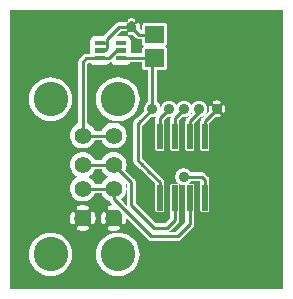
<source format=gbr>
G04 start of page 3 for group 1 idx 1 *
G04 Title: (unknown), solder *
G04 Creator: pcb 20091103 *
G04 CreationDate: Sun 13 Mar 2011 09:43:22 AM GMT UTC *
G04 For: gjhurlbu *
G04 Format: Gerber/RS-274X *
G04 PCB-Dimensions: 600000 500000 *
G04 PCB-Coordinate-Origin: lower left *
%MOIN*%
%FSLAX25Y25*%
%LNBACK*%
%ADD11C,0.0100*%
%ADD12C,0.0560*%
%ADD13C,0.1150*%
%ADD14C,0.0360*%
%ADD15R,0.0200X0.0200*%
%ADD16C,0.0910*%
%ADD17C,0.0200*%
%ADD18R,0.0590X0.0590*%
%ADD19R,0.0150X0.0150*%
G54D17*G36*
X80225Y437947D02*X81000D01*
Y427355D01*
X80700Y427145D01*
X80355Y426800D01*
X80225Y426614D01*
Y437947D01*
G37*
G36*
X106231Y458000D02*X126000D01*
Y365000D01*
X106231D01*
Y423720D01*
X106248Y423721D01*
X106332Y423744D01*
X106411Y423781D01*
X106483Y423831D01*
X106544Y423893D01*
X106594Y423964D01*
X106631Y424043D01*
X106704Y424276D01*
X106757Y424514D01*
X106789Y424756D01*
X106800Y425000D01*
X106789Y425245D01*
X106757Y425487D01*
X106704Y425725D01*
X106631Y425958D01*
X106594Y426037D01*
X106544Y426108D01*
X106483Y426170D01*
X106411Y426220D01*
X106332Y426257D01*
X106248Y426280D01*
X106231Y426281D01*
Y458000D01*
G37*
G36*
X104000D02*X106231D01*
Y426281D01*
X106161Y426287D01*
X106074Y426280D01*
X105990Y426257D01*
X105911Y426220D01*
X105840Y426170D01*
X105778Y426109D01*
X105728Y426037D01*
X105691Y425958D01*
X105668Y425874D01*
X105661Y425787D01*
X105668Y425700D01*
X105691Y425616D01*
X105738Y425466D01*
X105772Y425313D01*
X105793Y425157D01*
X105800Y425000D01*
X105793Y424844D01*
X105772Y424688D01*
X105738Y424535D01*
X105691Y424385D01*
X105668Y424301D01*
X105661Y424214D01*
X105668Y424127D01*
X105691Y424043D01*
X105728Y423964D01*
X105778Y423892D01*
X105840Y423831D01*
X105911Y423781D01*
X105990Y423744D01*
X106074Y423721D01*
X106161Y423714D01*
X106231Y423720D01*
Y365000D01*
X104000D01*
Y422200D01*
X104244Y422211D01*
X104486Y422243D01*
X104724Y422296D01*
X104957Y422369D01*
X105036Y422406D01*
X105107Y422456D01*
X105169Y422517D01*
X105219Y422589D01*
X105256Y422668D01*
X105279Y422752D01*
X105286Y422839D01*
X105279Y422926D01*
X105256Y423010D01*
X105219Y423089D01*
X105169Y423160D01*
X105108Y423222D01*
X105036Y423272D01*
X104957Y423309D01*
X104873Y423332D01*
X104786Y423339D01*
X104699Y423332D01*
X104615Y423309D01*
X104465Y423262D01*
X104358Y423238D01*
X105060Y423940D01*
X105061Y423939D01*
X105229Y424139D01*
X105360Y424366D01*
X105449Y424612D01*
X105495Y424869D01*
Y425131D01*
X105449Y425388D01*
X105360Y425634D01*
X105229Y425861D01*
X105061Y426061D01*
X104861Y426229D01*
X104634Y426360D01*
X104388Y426449D01*
X104131Y426495D01*
X104000D01*
Y426800D01*
X104156Y426794D01*
X104312Y426773D01*
X104465Y426739D01*
X104615Y426692D01*
X104699Y426669D01*
X104786Y426662D01*
X104873Y426669D01*
X104957Y426692D01*
X105036Y426729D01*
X105108Y426779D01*
X105169Y426841D01*
X105219Y426912D01*
X105256Y426991D01*
X105279Y427075D01*
X105286Y427162D01*
X105279Y427249D01*
X105256Y427333D01*
X105219Y427412D01*
X105169Y427484D01*
X105107Y427545D01*
X105036Y427595D01*
X104957Y427632D01*
X104724Y427705D01*
X104486Y427758D01*
X104244Y427790D01*
X104000Y427800D01*
Y458000D01*
G37*
G36*
Y365000D02*X80225D01*
Y382197D01*
X80982Y381440D01*
X81032Y381398D01*
X81078Y381352D01*
X81131Y381315D01*
X81182Y381272D01*
X81239Y381239D01*
X81292Y381202D01*
X81352Y381174D01*
X81409Y381141D01*
X81467Y381120D01*
X81529Y381091D01*
X81597Y381073D01*
X81655Y381052D01*
X81718Y381041D01*
X81782Y381024D01*
X81849Y381018D01*
X81912Y381007D01*
X81974D01*
X82042Y381001D01*
X90881D01*
X90961Y381008D01*
X91012D01*
X91065Y381017D01*
X91141Y381024D01*
X91215Y381044D01*
X91269Y381053D01*
X91320Y381071D01*
X91394Y381091D01*
X91459Y381122D01*
X91515Y381142D01*
X91566Y381172D01*
X91631Y381202D01*
X91692Y381244D01*
X91741Y381273D01*
X91785Y381310D01*
X91845Y381352D01*
X91897Y381404D01*
X91941Y381441D01*
X95976Y385476D01*
X95977Y385475D01*
X96024Y385531D01*
X96065Y385572D01*
X96097Y385618D01*
X96145Y385675D01*
X96181Y385738D01*
X96215Y385786D01*
X96241Y385842D01*
X96276Y385902D01*
X96299Y385965D01*
X96326Y386023D01*
X96342Y386085D01*
X96365Y386148D01*
X96377Y386217D01*
X96393Y386276D01*
X96398Y386334D01*
X96411Y386405D01*
Y386479D01*
X96416Y386536D01*
Y390726D01*
X96433Y390750D01*
X96470Y390829D01*
X96492Y390913D01*
X96500Y391000D01*
Y399500D01*
X96492Y399587D01*
X96470Y399671D01*
X96433Y399750D01*
X96383Y399821D01*
X96321Y399883D01*
X96250Y399933D01*
X96171Y399970D01*
X96087Y399992D01*
X96000Y400000D01*
X94287D01*
X94667Y400266D01*
X95012Y400611D01*
X95177Y400847D01*
X98331D01*
X98500Y400678D01*
Y391000D01*
X98508Y390913D01*
X98530Y390829D01*
X98567Y390750D01*
X98617Y390679D01*
X98679Y390617D01*
X98750Y390567D01*
X98829Y390530D01*
X98913Y390508D01*
X99000Y390500D01*
X101000D01*
X101087Y390508D01*
X101171Y390530D01*
X101250Y390567D01*
X101321Y390617D01*
X101383Y390679D01*
X101433Y390750D01*
X101470Y390829D01*
X101492Y390913D01*
X101500Y391000D01*
Y401299D01*
X101494Y401367D01*
Y401430D01*
X101483Y401492D01*
X101477Y401559D01*
X101459Y401628D01*
X101448Y401688D01*
X101429Y401740D01*
X101410Y401812D01*
X101378Y401879D01*
X101359Y401933D01*
X101329Y401985D01*
X101299Y402049D01*
X101259Y402105D01*
X101228Y402160D01*
X101187Y402209D01*
X101149Y402263D01*
X101102Y402310D01*
X101060Y402360D01*
X100013Y403407D01*
X99963Y403449D01*
X99916Y403496D01*
X99862Y403534D01*
X99813Y403575D01*
X99758Y403606D01*
X99702Y403646D01*
X99638Y403676D01*
X99586Y403706D01*
X99532Y403725D01*
X99465Y403757D01*
X99393Y403776D01*
X99341Y403795D01*
X99281Y403806D01*
X99212Y403824D01*
X99145Y403830D01*
X99083Y403841D01*
X99020D01*
X98952Y403847D01*
X95267D01*
X95012Y404211D01*
X94667Y404556D01*
X94267Y404836D01*
X93825Y405042D01*
X93353Y405168D01*
X92867Y405211D01*
X92381Y405168D01*
X91909Y405042D01*
X91467Y404836D01*
X91067Y404556D01*
X90722Y404211D01*
X90442Y403811D01*
X90236Y403369D01*
X90110Y402897D01*
X90067Y402411D01*
X90110Y401925D01*
X90236Y401453D01*
X90442Y401011D01*
X90722Y400611D01*
X91067Y400266D01*
X91467Y399986D01*
X91909Y399780D01*
X92381Y399654D01*
X92867Y399611D01*
X93353Y399654D01*
X93546Y399706D01*
X93530Y399671D01*
X93508Y399587D01*
X93500Y399500D01*
Y392407D01*
X93486Y392355D01*
X93468Y392304D01*
X93459Y392250D01*
X93439Y392176D01*
X93432Y392100D01*
X93423Y392047D01*
Y391995D01*
X93416Y391916D01*
Y387158D01*
X90259Y384001D01*
X87931D01*
X87940Y384005D01*
X87992Y384024D01*
X88043Y384053D01*
X88108Y384084D01*
X88166Y384125D01*
X88218Y384155D01*
X88262Y384192D01*
X88322Y384234D01*
X88374Y384286D01*
X88418Y384323D01*
X90980Y386885D01*
X90981Y386884D01*
X91028Y386940D01*
X91069Y386981D01*
X91101Y387027D01*
X91149Y387084D01*
X91185Y387147D01*
X91219Y387195D01*
X91245Y387251D01*
X91280Y387311D01*
X91303Y387374D01*
X91330Y387432D01*
X91346Y387494D01*
X91369Y387557D01*
X91381Y387626D01*
X91397Y387685D01*
X91402Y387743D01*
X91415Y387814D01*
Y387888D01*
X91420Y387945D01*
Y390732D01*
X91433Y390750D01*
X91470Y390829D01*
X91492Y390913D01*
X91500Y391000D01*
Y399500D01*
X91492Y399587D01*
X91470Y399671D01*
X91433Y399750D01*
X91383Y399821D01*
X91321Y399883D01*
X91250Y399933D01*
X91171Y399970D01*
X91087Y399992D01*
X91000Y400000D01*
X89000D01*
X88913Y399992D01*
X88829Y399970D01*
X88750Y399933D01*
X88679Y399883D01*
X88617Y399821D01*
X88567Y399750D01*
X88530Y399671D01*
X88508Y399587D01*
X88500Y399500D01*
Y392395D01*
X88490Y392357D01*
X88472Y392308D01*
X88462Y392253D01*
X88443Y392180D01*
X88436Y392105D01*
X88427Y392051D01*
Y391999D01*
X88420Y391920D01*
Y388567D01*
X86736Y386883D01*
X83495D01*
X80225Y390153D01*
Y403133D01*
X80419Y402939D01*
X80469Y402897D01*
X80515Y402851D01*
X80558Y402821D01*
X83500Y399879D01*
Y391000D01*
X83508Y390913D01*
X83530Y390829D01*
X83567Y390750D01*
X83617Y390679D01*
X83679Y390617D01*
X83750Y390567D01*
X83829Y390530D01*
X83913Y390508D01*
X84000Y390500D01*
X86000D01*
X86087Y390508D01*
X86171Y390530D01*
X86250Y390567D01*
X86321Y390617D01*
X86383Y390679D01*
X86433Y390750D01*
X86470Y390829D01*
X86492Y390913D01*
X86500Y391000D01*
Y400415D01*
X86494Y400483D01*
Y400546D01*
X86483Y400608D01*
X86477Y400675D01*
X86459Y400744D01*
X86448Y400804D01*
X86429Y400856D01*
X86410Y400928D01*
X86378Y400995D01*
X86359Y401049D01*
X86329Y401101D01*
X86301Y401162D01*
X86283Y401210D01*
X86252Y401264D01*
X86223Y401326D01*
X86184Y401382D01*
X86152Y401437D01*
X86111Y401486D01*
X86073Y401540D01*
X86026Y401587D01*
X85984Y401637D01*
X82561Y405060D01*
X82511Y405102D01*
X82464Y405149D01*
X82421Y405179D01*
X80225Y407375D01*
Y420566D01*
X81910Y422271D01*
X82014Y422243D01*
X82500Y422200D01*
X82986Y422243D01*
X83458Y422369D01*
X83563Y422418D01*
X83552Y422388D01*
X83542Y422333D01*
X83523Y422260D01*
X83516Y422184D01*
X83507Y422131D01*
Y422079D01*
X83500Y422000D01*
Y411500D01*
X83508Y411413D01*
X83530Y411329D01*
X83567Y411250D01*
X83617Y411179D01*
X83679Y411117D01*
X83750Y411067D01*
X83829Y411030D01*
X83913Y411008D01*
X84000Y411000D01*
X86000D01*
X86087Y411008D01*
X86171Y411030D01*
X86250Y411067D01*
X86321Y411117D01*
X86383Y411179D01*
X86433Y411250D01*
X86470Y411329D01*
X86492Y411413D01*
X86500Y411500D01*
Y421380D01*
X87395Y422275D01*
X87514Y422243D01*
X88000Y422200D01*
X88486Y422243D01*
X88522Y422253D01*
X88516Y422181D01*
X88507Y422131D01*
Y422081D01*
X88500Y422000D01*
Y411500D01*
X88508Y411413D01*
X88530Y411329D01*
X88567Y411250D01*
X88617Y411179D01*
X88679Y411117D01*
X88750Y411067D01*
X88829Y411030D01*
X88913Y411008D01*
X89000Y411000D01*
X91000D01*
X91087Y411008D01*
X91171Y411030D01*
X91250Y411067D01*
X91321Y411117D01*
X91383Y411179D01*
X91433Y411250D01*
X91470Y411329D01*
X91492Y411413D01*
X91500Y411500D01*
Y421380D01*
X92395Y422275D01*
X92514Y422243D01*
X93000Y422200D01*
X93486Y422243D01*
X93958Y422369D01*
X94400Y422575D01*
X94577Y422699D01*
X93939Y422061D01*
X93940Y422060D01*
X93903Y422016D01*
X93851Y421964D01*
X93809Y421904D01*
X93772Y421860D01*
X93743Y421810D01*
X93701Y421750D01*
X93671Y421686D01*
X93641Y421634D01*
X93622Y421581D01*
X93590Y421513D01*
X93570Y421437D01*
X93552Y421388D01*
X93542Y421333D01*
X93523Y421260D01*
X93516Y421185D01*
X93507Y421131D01*
Y421079D01*
X93500Y421000D01*
Y411500D01*
X93508Y411413D01*
X93530Y411329D01*
X93567Y411250D01*
X93617Y411179D01*
X93679Y411117D01*
X93750Y411067D01*
X93829Y411030D01*
X93913Y411008D01*
X94000Y411000D01*
X96000D01*
X96087Y411008D01*
X96171Y411030D01*
X96250Y411067D01*
X96321Y411117D01*
X96383Y411179D01*
X96433Y411250D01*
X96470Y411329D01*
X96492Y411413D01*
X96500Y411500D01*
Y420380D01*
X98351Y422231D01*
X98486Y422243D01*
X98958Y422369D01*
X99400Y422575D01*
X99577Y422699D01*
X98939Y422061D01*
X98940Y422060D01*
X98902Y422015D01*
X98851Y421964D01*
X98809Y421905D01*
X98772Y421860D01*
X98744Y421811D01*
X98701Y421750D01*
X98671Y421685D01*
X98641Y421634D01*
X98622Y421581D01*
X98590Y421513D01*
X98570Y421437D01*
X98552Y421388D01*
X98542Y421333D01*
X98523Y421260D01*
X98516Y421184D01*
X98507Y421131D01*
Y421081D01*
X98500Y421000D01*
Y411500D01*
X98508Y411413D01*
X98530Y411329D01*
X98567Y411250D01*
X98617Y411179D01*
X98679Y411117D01*
X98750Y411067D01*
X98829Y411030D01*
X98913Y411008D01*
X99000Y411000D01*
X101000D01*
X101087Y411008D01*
X101171Y411030D01*
X101250Y411067D01*
X101321Y411117D01*
X101383Y411179D01*
X101433Y411250D01*
X101470Y411329D01*
X101492Y411413D01*
X101500Y411500D01*
Y420380D01*
X103390Y422270D01*
X103513Y422243D01*
X103755Y422211D01*
X103999Y422200D01*
X104000D01*
Y365000D01*
G37*
G36*
X80225Y458000D02*X104000D01*
Y427800D01*
X103755Y427790D01*
X103513Y427758D01*
X103275Y427705D01*
X103042Y427632D01*
X102963Y427595D01*
X102892Y427545D01*
X102830Y427484D01*
X102780Y427412D01*
X102743Y427333D01*
X102720Y427249D01*
X102713Y427162D01*
X102720Y427075D01*
X102743Y426991D01*
X102780Y426912D01*
X102830Y426841D01*
X102891Y426779D01*
X102963Y426729D01*
X103042Y426692D01*
X103126Y426669D01*
X103213Y426662D01*
X103300Y426669D01*
X103384Y426692D01*
X103534Y426739D01*
X103687Y426773D01*
X103843Y426794D01*
X104000Y426800D01*
Y426495D01*
X103869D01*
X103612Y426449D01*
X103366Y426360D01*
X103139Y426229D01*
X102939Y426061D01*
X102237Y425359D01*
X102261Y425466D01*
X102308Y425616D01*
X102331Y425700D01*
X102338Y425787D01*
X102331Y425874D01*
X102308Y425958D01*
X102271Y426037D01*
X102221Y426109D01*
X102159Y426170D01*
X102088Y426220D01*
X102009Y426257D01*
X101925Y426280D01*
X101838Y426287D01*
X101751Y426280D01*
X101667Y426257D01*
X101588Y426220D01*
X101516Y426170D01*
X101455Y426108D01*
X101405Y426037D01*
X101368Y425958D01*
X101295Y425725D01*
X101242Y425487D01*
X101210Y425245D01*
X101200Y425001D01*
X101210Y424756D01*
X101242Y424514D01*
X101269Y424391D01*
X100301Y423423D01*
X100425Y423600D01*
X100631Y424042D01*
X100757Y424514D01*
X100800Y425000D01*
X100757Y425486D01*
X100631Y425958D01*
X100425Y426400D01*
X100145Y426800D01*
X99800Y427145D01*
X99400Y427425D01*
X98958Y427631D01*
X98486Y427757D01*
X98000Y427800D01*
X97514Y427757D01*
X97042Y427631D01*
X96600Y427425D01*
X96200Y427145D01*
X95855Y426800D01*
X95575Y426400D01*
X95500Y426239D01*
X95425Y426400D01*
X95145Y426800D01*
X94800Y427145D01*
X94400Y427425D01*
X93958Y427631D01*
X93486Y427757D01*
X93000Y427800D01*
X92514Y427757D01*
X92042Y427631D01*
X91600Y427425D01*
X91200Y427145D01*
X90855Y426800D01*
X90575Y426400D01*
X90500Y426239D01*
X90425Y426400D01*
X90145Y426800D01*
X89800Y427145D01*
X89400Y427425D01*
X88958Y427631D01*
X88486Y427757D01*
X88000Y427800D01*
X87514Y427757D01*
X87042Y427631D01*
X86600Y427425D01*
X86200Y427145D01*
X85855Y426800D01*
X85575Y426400D01*
X85369Y425958D01*
X85250Y425512D01*
X85131Y425958D01*
X84925Y426400D01*
X84645Y426800D01*
X84300Y427145D01*
X84000Y427355D01*
Y437947D01*
X86347D01*
X86521Y437962D01*
X86689Y438007D01*
X86847Y438081D01*
X86990Y438181D01*
X87113Y438304D01*
X87213Y438447D01*
X87287Y438605D01*
X87332Y438773D01*
X87347Y438947D01*
Y444853D01*
X87332Y445027D01*
X87287Y445195D01*
X87213Y445353D01*
X87113Y445496D01*
X86990Y445619D01*
X86847Y445719D01*
X86689Y445793D01*
X86525Y445837D01*
X86689Y445881D01*
X86847Y445955D01*
X86990Y446055D01*
X87113Y446178D01*
X87213Y446321D01*
X87287Y446479D01*
X87332Y446647D01*
X87347Y446821D01*
Y452727D01*
X87332Y452901D01*
X87287Y453069D01*
X87213Y453227D01*
X87113Y453370D01*
X86990Y453493D01*
X86847Y453593D01*
X86689Y453667D01*
X86521Y453712D01*
X86347Y453727D01*
X80225D01*
Y458000D01*
G37*
G36*
Y407375D02*X79964Y407636D01*
X79764Y407804D01*
X79688Y407848D01*
X79058Y408478D01*
Y419385D01*
X80225Y420566D01*
Y407375D01*
G37*
G36*
X70954Y391234D02*X71025Y391253D01*
X71144Y391309D01*
X71151Y391314D01*
X71181Y391296D01*
X71207Y391278D01*
X72218Y390267D01*
X72212Y390258D01*
X72159Y390139D01*
X72127Y390012D01*
X72118Y389882D01*
X72132Y389752D01*
X72168Y389626D01*
X72247Y389388D01*
X72304Y389145D01*
X72340Y388897D01*
X72353Y388647D01*
X72344Y388397D01*
X72313Y388148D01*
X72260Y387904D01*
X72185Y387665D01*
X72184Y387664D01*
X72150Y387538D01*
X72139Y387407D01*
X72150Y387277D01*
X72184Y387151D01*
X72240Y387032D01*
X72315Y386925D01*
X72407Y386833D01*
X72514Y386758D01*
X72633Y386703D01*
X72759Y386669D01*
X72890Y386658D01*
X73020Y386669D01*
X73146Y386703D01*
X73265Y386759D01*
X73372Y386834D01*
X73464Y386926D01*
X73539Y387033D01*
X73594Y387152D01*
X73709Y387519D01*
X73791Y387894D01*
X73839Y388276D01*
X73852Y388633D01*
X74999Y387486D01*
X75015Y387463D01*
X75048Y387406D01*
X75091Y387355D01*
X75128Y387302D01*
X75174Y387256D01*
X75216Y387206D01*
X80225Y382197D01*
Y365000D01*
X70954D01*
Y369272D01*
X72213Y369382D01*
X73434Y369709D01*
X74579Y370243D01*
X75614Y370968D01*
X76508Y371862D01*
X77233Y372897D01*
X77767Y374042D01*
X78094Y375263D01*
X78204Y376522D01*
X78094Y377781D01*
X77767Y379002D01*
X77233Y380147D01*
X76508Y381182D01*
X75614Y382076D01*
X74579Y382801D01*
X73434Y383335D01*
X72213Y383662D01*
X70954Y383772D01*
Y384561D01*
X71094Y384608D01*
X71095D01*
X71212Y384665D01*
X71318Y384742D01*
X71409Y384836D01*
X71482Y384945D01*
X71535Y385064D01*
X71567Y385191D01*
X71576Y385321D01*
X71562Y385451D01*
X71526Y385577D01*
X71469Y385694D01*
X71392Y385800D01*
X71298Y385891D01*
X71189Y385964D01*
X71070Y386017D01*
X70954Y386046D01*
Y391234D01*
G37*
G36*
Y412062D02*X71025Y412081D01*
X71704Y412398D01*
X72318Y412828D01*
X72848Y413358D01*
X73278Y413972D01*
X73595Y414651D01*
X73789Y415375D01*
X73854Y416122D01*
X73789Y416869D01*
X73595Y417593D01*
X73278Y418272D01*
X72848Y418886D01*
X72318Y419416D01*
X71704Y419846D01*
X71025Y420163D01*
X70954Y420182D01*
Y420972D01*
X72213Y421082D01*
X73434Y421409D01*
X74579Y421943D01*
X75614Y422668D01*
X76508Y423562D01*
X77233Y424597D01*
X77767Y425742D01*
X78094Y426963D01*
X78204Y428222D01*
X78094Y429481D01*
X77767Y430702D01*
X77233Y431847D01*
X76508Y432882D01*
X75614Y433776D01*
X74579Y434501D01*
X73434Y435035D01*
X72213Y435362D01*
X70954Y435472D01*
Y439650D01*
X73750D01*
X74010Y439673D01*
X74263Y439740D01*
X74500Y439851D01*
X74714Y440001D01*
X74899Y440186D01*
X75049Y440400D01*
X75096Y440500D01*
X79047D01*
Y438947D01*
X79062Y438773D01*
X79107Y438605D01*
X79181Y438447D01*
X79281Y438304D01*
X79404Y438181D01*
X79547Y438081D01*
X79705Y438007D01*
X79873Y437962D01*
X80047Y437947D01*
X80225D01*
Y426614D01*
X80075Y426400D01*
X79869Y425958D01*
X79743Y425486D01*
X79700Y425000D01*
X79743Y424514D01*
X79778Y424381D01*
X77700Y422278D01*
X77594Y422217D01*
X77394Y422049D01*
X76497Y421152D01*
X76498Y421151D01*
X76461Y421107D01*
X76409Y421055D01*
X76367Y420995D01*
X76330Y420951D01*
X76301Y420902D01*
X76259Y420841D01*
X76229Y420776D01*
X76199Y420725D01*
X76179Y420669D01*
X76148Y420604D01*
X76128Y420530D01*
X76110Y420479D01*
X76101Y420425D01*
X76081Y420351D01*
X76074Y420275D01*
X76065Y420222D01*
Y420172D01*
X76058Y420091D01*
Y407857D01*
X76064Y407789D01*
Y407727D01*
X76075Y407664D01*
X76081Y407597D01*
X76098Y407533D01*
X76109Y407470D01*
X76130Y407412D01*
X76148Y407344D01*
X76177Y407282D01*
X76198Y407224D01*
X76231Y407167D01*
X76259Y407107D01*
X76296Y407054D01*
X76329Y406997D01*
X76372Y406946D01*
X76409Y406893D01*
X76455Y406847D01*
X76497Y406797D01*
X77754Y405540D01*
X77883Y405356D01*
X78068Y405171D01*
X78282Y405021D01*
X78385Y404973D01*
X80225Y403133D01*
Y390153D01*
X76945Y393433D01*
Y400499D01*
X76939Y400567D01*
Y400630D01*
X76928Y400692D01*
X76922Y400759D01*
X76904Y400828D01*
X76893Y400888D01*
X76874Y400940D01*
X76855Y401012D01*
X76823Y401079D01*
X76804Y401133D01*
X76774Y401185D01*
X76744Y401249D01*
X76704Y401305D01*
X76673Y401360D01*
X76632Y401409D01*
X76594Y401463D01*
X76547Y401510D01*
X76505Y401560D01*
X73474Y404591D01*
X73595Y404851D01*
X73789Y405575D01*
X73854Y406322D01*
X73789Y407069D01*
X73595Y407793D01*
X73278Y408472D01*
X72848Y409086D01*
X72318Y409616D01*
X71704Y410046D01*
X71025Y410363D01*
X70954Y410382D01*
Y412062D01*
G37*
G36*
X75500Y458000D02*X80225D01*
Y453727D01*
X80047D01*
X79873Y453712D01*
X79705Y453667D01*
X79547Y453593D01*
X79404Y453493D01*
X79281Y453370D01*
X79181Y453227D01*
X79107Y453069D01*
X79062Y452901D01*
X79047Y452727D01*
Y451274D01*
X78747D01*
X78230Y451791D01*
X78257Y451914D01*
X78289Y452156D01*
X78300Y452400D01*
X78289Y452645D01*
X78257Y452887D01*
X78204Y453125D01*
X78131Y453358D01*
X78094Y453437D01*
X78044Y453508D01*
X77983Y453570D01*
X77911Y453620D01*
X77832Y453657D01*
X77748Y453680D01*
X77661Y453687D01*
X77574Y453680D01*
X77490Y453657D01*
X77411Y453620D01*
X77340Y453570D01*
X77278Y453509D01*
X77228Y453437D01*
X77191Y453358D01*
X77168Y453274D01*
X77161Y453187D01*
X77168Y453100D01*
X77191Y453016D01*
X77238Y452866D01*
X77262Y452759D01*
X76561Y453460D01*
X76511Y453502D01*
X76464Y453549D01*
X76410Y453587D01*
X76361Y453628D01*
X76306Y453659D01*
X76250Y453699D01*
X76186Y453729D01*
X76134Y453759D01*
X76080Y453778D01*
X76013Y453810D01*
X75941Y453829D01*
X75889Y453848D01*
X75829Y453859D01*
X75760Y453877D01*
X75693Y453883D01*
X75631Y453894D01*
X75568D01*
X75500Y453900D01*
Y454200D01*
X75656Y454194D01*
X75812Y454173D01*
X75965Y454139D01*
X76115Y454092D01*
X76199Y454069D01*
X76286Y454062D01*
X76373Y454069D01*
X76457Y454092D01*
X76536Y454129D01*
X76608Y454179D01*
X76669Y454241D01*
X76719Y454312D01*
X76756Y454391D01*
X76779Y454475D01*
X76786Y454562D01*
X76779Y454649D01*
X76756Y454733D01*
X76719Y454812D01*
X76669Y454884D01*
X76607Y454945D01*
X76536Y454995D01*
X76457Y455032D01*
X76224Y455105D01*
X75986Y455158D01*
X75744Y455190D01*
X75500Y455200D01*
Y458000D01*
G37*
G36*
X70954D02*X75500D01*
Y455200D01*
X75255Y455190D01*
X75013Y455158D01*
X74775Y455105D01*
X74542Y455032D01*
X74463Y454995D01*
X74392Y454945D01*
X74330Y454884D01*
X74280Y454812D01*
X74243Y454733D01*
X74220Y454649D01*
X74213Y454562D01*
X74220Y454475D01*
X74243Y454391D01*
X74280Y454312D01*
X74330Y454241D01*
X74391Y454179D01*
X74463Y454129D01*
X74542Y454092D01*
X74626Y454069D01*
X74713Y454062D01*
X74800Y454069D01*
X74884Y454092D01*
X75034Y454139D01*
X75187Y454173D01*
X75343Y454194D01*
X75500Y454200D01*
Y453900D01*
X71500D01*
X71443Y453895D01*
X71369D01*
X71298Y453882D01*
X71240Y453877D01*
X71181Y453861D01*
X71112Y453849D01*
X71049Y453826D01*
X70987Y453810D01*
X70954Y453795D01*
Y458000D01*
G37*
G36*
Y420182D02*X70301Y420357D01*
X69554Y420422D01*
X68807Y420357D01*
X68083Y420163D01*
X67404Y419846D01*
X66790Y419416D01*
X66260Y418886D01*
X65830Y418272D01*
X65527Y417622D01*
X63281D01*
X62978Y418272D01*
X62548Y418886D01*
X62018Y419416D01*
X61404Y419846D01*
X60754Y420149D01*
Y440034D01*
X61120Y440400D01*
X61951D01*
X62101Y440186D01*
X62286Y440001D01*
X62500Y439851D01*
X62737Y439740D01*
X62990Y439673D01*
X63250Y439650D01*
X66750D01*
X67010Y439673D01*
X67263Y439740D01*
X67500Y439851D01*
X67714Y440001D01*
X67899Y440186D01*
X68049Y440400D01*
X68051Y440404D01*
X68080Y440407D01*
X68131D01*
X68184Y440416D01*
X68260Y440423D01*
X68334Y440443D01*
X68388Y440452D01*
X68439Y440470D01*
X68513Y440490D01*
X68578Y440521D01*
X68634Y440541D01*
X68685Y440571D01*
X68750Y440601D01*
X68811Y440643D01*
X68835Y440657D01*
X68840Y440637D01*
X68951Y440400D01*
X69101Y440186D01*
X69286Y440001D01*
X69500Y439851D01*
X69737Y439740D01*
X69990Y439673D01*
X70250Y439650D01*
X70954D01*
Y435472D01*
X69695Y435362D01*
X68474Y435035D01*
X67329Y434501D01*
X66294Y433776D01*
X65400Y432882D01*
X64675Y431847D01*
X64141Y430702D01*
X63814Y429481D01*
X63704Y428222D01*
X63814Y426963D01*
X64141Y425742D01*
X64675Y424597D01*
X65400Y423562D01*
X66294Y422668D01*
X67329Y421943D01*
X68474Y421409D01*
X69695Y421082D01*
X70954Y420972D01*
Y420182D01*
G37*
G36*
X66122Y371140D02*X66294Y370968D01*
X67329Y370243D01*
X68474Y369709D01*
X69695Y369382D01*
X70954Y369272D01*
Y365000D01*
X66122D01*
Y371140D01*
G37*
G36*
Y395855D02*X66260Y395658D01*
X66790Y395128D01*
X67404Y394698D01*
X68083Y394381D01*
X68197Y394351D01*
X68228Y394297D01*
X68255Y394239D01*
X68292Y394187D01*
X68325Y394129D01*
X68368Y394078D01*
X68405Y394025D01*
X68451Y393979D01*
X68493Y393929D01*
X69501Y392921D01*
X69132Y392902D01*
X68751Y392847D01*
X68377Y392759D01*
X68013Y392637D01*
X68012D01*
X67895Y392580D01*
X67789Y392503D01*
X67698Y392409D01*
X67625Y392300D01*
X67572Y392181D01*
X67540Y392054D01*
X67531Y391924D01*
X67545Y391794D01*
X67581Y391668D01*
X67638Y391551D01*
X67715Y391445D01*
X67809Y391354D01*
X67918Y391281D01*
X68037Y391228D01*
X68164Y391196D01*
X68294Y391187D01*
X68424Y391201D01*
X68550Y391237D01*
X68788Y391316D01*
X69031Y391373D01*
X69279Y391409D01*
X69529Y391422D01*
X69779Y391413D01*
X70028Y391382D01*
X70272Y391329D01*
X70511Y391254D01*
X70512Y391253D01*
X70638Y391219D01*
X70769Y391208D01*
X70899Y391219D01*
X70954Y391234D01*
Y386046D01*
X70943Y386049D01*
X70813Y386058D01*
X70683Y386044D01*
X70557Y386008D01*
X70319Y385929D01*
X70076Y385872D01*
X69828Y385836D01*
X69578Y385823D01*
X69328Y385832D01*
X69079Y385863D01*
X68835Y385916D01*
X68596Y385991D01*
X68595Y385992D01*
X68469Y386026D01*
X68338Y386037D01*
X68208Y386026D01*
X68082Y385992D01*
X67963Y385936D01*
X67856Y385861D01*
X67764Y385769D01*
X67689Y385662D01*
X67634Y385543D01*
X67600Y385417D01*
X67589Y385286D01*
X67600Y385156D01*
X67634Y385030D01*
X67690Y384911D01*
X67765Y384804D01*
X67857Y384712D01*
X67964Y384637D01*
X68083Y384582D01*
X68450Y384467D01*
X68825Y384385D01*
X69207Y384337D01*
X69591Y384323D01*
X69975Y384343D01*
X70356Y384398D01*
X70730Y384486D01*
X70954Y384561D01*
Y383772D01*
X69695Y383662D01*
X68474Y383335D01*
X67329Y382801D01*
X66294Y382076D01*
X66122Y381904D01*
Y386609D01*
X66252Y386600D01*
X66382Y386614D01*
X66508Y386650D01*
X66625Y386707D01*
X66731Y386784D01*
X66822Y386878D01*
X66895Y386987D01*
X66948Y387106D01*
X66980Y387233D01*
X66989Y387363D01*
X66975Y387493D01*
X66939Y387619D01*
X66860Y387857D01*
X66803Y388100D01*
X66767Y388348D01*
X66754Y388598D01*
X66763Y388848D01*
X66794Y389097D01*
X66847Y389341D01*
X66922Y389580D01*
X66923Y389581D01*
X66957Y389707D01*
X66968Y389838D01*
X66957Y389968D01*
X66923Y390094D01*
X66867Y390213D01*
X66792Y390320D01*
X66700Y390412D01*
X66593Y390487D01*
X66474Y390542D01*
X66348Y390576D01*
X66217Y390587D01*
X66122Y390579D01*
Y395855D01*
G37*
G36*
Y413555D02*X66260Y413358D01*
X66790Y412828D01*
X67404Y412398D01*
X68083Y412081D01*
X68807Y411887D01*
X69554Y411822D01*
X70301Y411887D01*
X70954Y412062D01*
Y410382D01*
X70301Y410557D01*
X69554Y410622D01*
X68807Y410557D01*
X68083Y410363D01*
X67404Y410046D01*
X66790Y409616D01*
X66260Y409086D01*
X66122Y408889D01*
Y413555D01*
G37*
G36*
Y458000D02*X70954D01*
Y453795D01*
X70929Y453783D01*
X70866Y453760D01*
X70806Y453725D01*
X70750Y453699D01*
X70702Y453665D01*
X70639Y453629D01*
X70582Y453581D01*
X70536Y453549D01*
X70495Y453508D01*
X70439Y453461D01*
X66439Y449461D01*
X66440Y449460D01*
X66403Y449416D01*
X66351Y449364D01*
X66309Y449304D01*
X66272Y449260D01*
X66266Y449250D01*
X66122D01*
Y458000D01*
G37*
G36*
X62686Y395855D02*X62978Y396272D01*
X63281Y396922D01*
X65527D01*
X65830Y396272D01*
X66122Y395855D01*
Y390579D01*
X66087Y390576D01*
X65961Y390542D01*
X65842Y390486D01*
X65735Y390411D01*
X65643Y390319D01*
X65568Y390212D01*
X65513Y390093D01*
X65398Y389726D01*
X65316Y389351D01*
X65268Y388969D01*
X65254Y388585D01*
X65274Y388201D01*
X65329Y387820D01*
X65417Y387446D01*
X65539Y387082D01*
Y387081D01*
X65596Y386964D01*
X65673Y386858D01*
X65767Y386767D01*
X65876Y386694D01*
X65995Y386641D01*
X66122Y386609D01*
Y381904D01*
X65400Y381182D01*
X64675Y380147D01*
X64141Y379002D01*
X63814Y377781D01*
X63704Y376522D01*
X63814Y375263D01*
X64141Y374042D01*
X64675Y372897D01*
X65400Y371862D01*
X66122Y371140D01*
Y365000D01*
X62686D01*
Y386666D01*
X62720Y386669D01*
X62846Y386703D01*
X62965Y386759D01*
X63072Y386834D01*
X63164Y386926D01*
X63239Y387033D01*
X63294Y387152D01*
X63409Y387519D01*
X63491Y387894D01*
X63539Y388276D01*
X63553Y388660D01*
X63533Y389044D01*
X63478Y389425D01*
X63390Y389799D01*
X63268Y390163D01*
Y390164D01*
X63211Y390281D01*
X63134Y390387D01*
X63040Y390478D01*
X62931Y390551D01*
X62812Y390604D01*
X62686Y390636D01*
Y395855D01*
G37*
G36*
X59283Y394125D02*X60001Y394187D01*
X60725Y394381D01*
X61404Y394698D01*
X62018Y395128D01*
X62548Y395658D01*
X62686Y395855D01*
Y390636D01*
X62685D01*
X62555Y390645D01*
X62425Y390631D01*
X62299Y390595D01*
X62182Y390538D01*
X62076Y390461D01*
X61985Y390367D01*
X61912Y390258D01*
X61859Y390139D01*
X61827Y390012D01*
X61818Y389882D01*
X61832Y389752D01*
X61868Y389626D01*
X61947Y389388D01*
X62004Y389145D01*
X62040Y388897D01*
X62053Y388647D01*
X62044Y388397D01*
X62013Y388148D01*
X61960Y387904D01*
X61885Y387665D01*
X61884Y387664D01*
X61850Y387538D01*
X61839Y387407D01*
X61850Y387277D01*
X61884Y387151D01*
X61940Y387032D01*
X62015Y386925D01*
X62107Y386833D01*
X62214Y386758D01*
X62333Y386703D01*
X62459Y386669D01*
X62590Y386658D01*
X62686Y386666D01*
Y365000D01*
X59283D01*
Y384323D01*
X59291D01*
X59675Y384343D01*
X60056Y384398D01*
X60430Y384486D01*
X60794Y384608D01*
X60795D01*
X60912Y384665D01*
X61018Y384742D01*
X61109Y384836D01*
X61182Y384945D01*
X61235Y385064D01*
X61267Y385191D01*
X61276Y385321D01*
X61262Y385451D01*
X61226Y385577D01*
X61169Y385694D01*
X61092Y385800D01*
X60998Y385891D01*
X60889Y385964D01*
X60770Y386017D01*
X60643Y386049D01*
X60513Y386058D01*
X60383Y386044D01*
X60257Y386008D01*
X60019Y385929D01*
X59776Y385872D01*
X59528Y385836D01*
X59283Y385823D01*
Y391420D01*
X59479Y391413D01*
X59728Y391382D01*
X59972Y391329D01*
X60211Y391254D01*
X60212Y391253D01*
X60338Y391219D01*
X60469Y391208D01*
X60599Y391219D01*
X60725Y391253D01*
X60844Y391309D01*
X60951Y391384D01*
X61043Y391476D01*
X61118Y391583D01*
X61173Y391702D01*
X61207Y391828D01*
X61218Y391959D01*
X61207Y392089D01*
X61173Y392215D01*
X61117Y392334D01*
X61042Y392441D01*
X60950Y392533D01*
X60843Y392608D01*
X60724Y392663D01*
X60357Y392778D01*
X59982Y392860D01*
X59600Y392908D01*
X59283Y392920D01*
Y394125D01*
G37*
G36*
Y411825D02*X60001Y411887D01*
X60725Y412081D01*
X61404Y412398D01*
X62018Y412828D01*
X62548Y413358D01*
X62978Y413972D01*
X63281Y414622D01*
X65527D01*
X65830Y413972D01*
X66122Y413555D01*
Y408889D01*
X65830Y408472D01*
X65527Y407822D01*
X63281D01*
X62978Y408472D01*
X62548Y409086D01*
X62018Y409616D01*
X61404Y410046D01*
X60725Y410363D01*
X60001Y410557D01*
X59283Y410619D01*
Y411825D01*
G37*
G36*
Y458000D02*X66122D01*
Y449250D01*
X63250D01*
X62990Y449227D01*
X62737Y449160D01*
X62500Y449049D01*
X62286Y448899D01*
X62101Y448714D01*
X61951Y448500D01*
X61840Y448263D01*
X61773Y448010D01*
X61750Y447750D01*
Y446250D01*
X61773Y445990D01*
X61837Y445750D01*
X61773Y445510D01*
X61750Y445250D01*
Y443750D01*
X61773Y443490D01*
X61797Y443400D01*
X60500D01*
X60443Y443395D01*
X60369D01*
X60298Y443382D01*
X60240Y443377D01*
X60181Y443361D01*
X60112Y443349D01*
X60049Y443326D01*
X59987Y443310D01*
X59929Y443283D01*
X59866Y443260D01*
X59806Y443225D01*
X59750Y443199D01*
X59702Y443165D01*
X59639Y443129D01*
X59582Y443081D01*
X59536Y443049D01*
X59495Y443008D01*
X59439Y442961D01*
X59283Y442805D01*
Y458000D01*
G37*
G36*
X55822Y395855D02*X55960Y395658D01*
X56490Y395128D01*
X57104Y394698D01*
X57783Y394381D01*
X58507Y394187D01*
X59254Y394122D01*
X59283Y394125D01*
Y392920D01*
X59216Y392922D01*
X58832Y392902D01*
X58451Y392847D01*
X58077Y392759D01*
X57713Y392637D01*
X57712D01*
X57595Y392580D01*
X57489Y392503D01*
X57398Y392409D01*
X57325Y392300D01*
X57272Y392181D01*
X57240Y392054D01*
X57231Y391924D01*
X57245Y391794D01*
X57281Y391668D01*
X57338Y391551D01*
X57415Y391445D01*
X57509Y391354D01*
X57618Y391281D01*
X57737Y391228D01*
X57864Y391196D01*
X57994Y391187D01*
X58124Y391201D01*
X58250Y391237D01*
X58488Y391316D01*
X58731Y391373D01*
X58979Y391409D01*
X59229Y391422D01*
X59283Y391420D01*
Y385823D01*
X59278D01*
X59028Y385832D01*
X58779Y385863D01*
X58535Y385916D01*
X58296Y385991D01*
X58295Y385992D01*
X58169Y386026D01*
X58038Y386037D01*
X57908Y386026D01*
X57782Y385992D01*
X57663Y385936D01*
X57556Y385861D01*
X57464Y385769D01*
X57389Y385662D01*
X57334Y385543D01*
X57300Y385417D01*
X57289Y385286D01*
X57300Y385156D01*
X57334Y385030D01*
X57390Y384911D01*
X57465Y384804D01*
X57557Y384712D01*
X57664Y384637D01*
X57783Y384582D01*
X58150Y384467D01*
X58525Y384385D01*
X58907Y384337D01*
X59283Y384323D01*
Y365000D01*
X55822D01*
Y386609D01*
X55952Y386600D01*
X56082Y386614D01*
X56208Y386650D01*
X56325Y386707D01*
X56431Y386784D01*
X56522Y386878D01*
X56595Y386987D01*
X56648Y387106D01*
X56680Y387233D01*
X56689Y387363D01*
X56675Y387493D01*
X56639Y387619D01*
X56560Y387857D01*
X56503Y388100D01*
X56467Y388348D01*
X56454Y388598D01*
X56463Y388848D01*
X56494Y389097D01*
X56547Y389341D01*
X56622Y389580D01*
X56623Y389581D01*
X56657Y389707D01*
X56668Y389838D01*
X56657Y389968D01*
X56623Y390094D01*
X56567Y390213D01*
X56492Y390320D01*
X56400Y390412D01*
X56293Y390487D01*
X56174Y390542D01*
X56048Y390576D01*
X55917Y390587D01*
X55822Y390579D01*
Y395855D01*
G37*
G36*
Y403755D02*X55960Y403558D01*
X56490Y403028D01*
X57104Y402598D01*
X57588Y402372D01*
X57104Y402146D01*
X56490Y401716D01*
X55960Y401186D01*
X55822Y400989D01*
Y403755D01*
G37*
G36*
Y413555D02*X55960Y413358D01*
X56490Y412828D01*
X57104Y412398D01*
X57783Y412081D01*
X58507Y411887D01*
X59254Y411822D01*
X59283Y411825D01*
Y410619D01*
X59254Y410622D01*
X58507Y410557D01*
X57783Y410363D01*
X57104Y410046D01*
X56490Y409616D01*
X55960Y409086D01*
X55822Y408889D01*
Y413555D01*
G37*
G36*
Y458000D02*X59283D01*
Y442805D01*
X58193Y441715D01*
X58194Y441714D01*
X58157Y441670D01*
X58105Y441618D01*
X58063Y441558D01*
X58026Y441514D01*
X57997Y441464D01*
X57955Y441404D01*
X57925Y441340D01*
X57895Y441288D01*
X57876Y441235D01*
X57844Y441167D01*
X57824Y441091D01*
X57806Y441042D01*
X57796Y440987D01*
X57777Y440914D01*
X57770Y440839D01*
X57761Y440785D01*
Y440733D01*
X57754Y440654D01*
Y420149D01*
X57104Y419846D01*
X56490Y419416D01*
X55960Y418886D01*
X55822Y418689D01*
Y458000D01*
G37*
G36*
X48554D02*X55822D01*
Y418689D01*
X55530Y418272D01*
X55213Y417593D01*
X55019Y416869D01*
X54954Y416122D01*
X55019Y415375D01*
X55213Y414651D01*
X55530Y413972D01*
X55822Y413555D01*
Y408889D01*
X55530Y408472D01*
X55213Y407793D01*
X55019Y407069D01*
X54954Y406322D01*
X55019Y405575D01*
X55213Y404851D01*
X55530Y404172D01*
X55822Y403755D01*
Y400989D01*
X55530Y400572D01*
X55213Y399893D01*
X55019Y399169D01*
X54954Y398422D01*
X55019Y397675D01*
X55213Y396951D01*
X55530Y396272D01*
X55822Y395855D01*
Y390579D01*
X55787Y390576D01*
X55661Y390542D01*
X55542Y390486D01*
X55435Y390411D01*
X55343Y390319D01*
X55268Y390212D01*
X55213Y390093D01*
X55098Y389726D01*
X55016Y389351D01*
X54968Y388969D01*
X54954Y388585D01*
X54974Y388201D01*
X55029Y387820D01*
X55117Y387446D01*
X55239Y387082D01*
Y387081D01*
X55296Y386964D01*
X55373Y386858D01*
X55467Y386767D01*
X55576Y386694D01*
X55695Y386641D01*
X55822Y386609D01*
Y365000D01*
X48554D01*
Y369272D01*
X49813Y369382D01*
X51034Y369709D01*
X52179Y370243D01*
X53214Y370968D01*
X54108Y371862D01*
X54833Y372897D01*
X55367Y374042D01*
X55694Y375263D01*
X55804Y376522D01*
X55694Y377781D01*
X55367Y379002D01*
X54833Y380147D01*
X54108Y381182D01*
X53214Y382076D01*
X52179Y382801D01*
X51034Y383335D01*
X49813Y383662D01*
X48554Y383772D01*
Y420972D01*
X49813Y421082D01*
X51034Y421409D01*
X52179Y421943D01*
X53214Y422668D01*
X54108Y423562D01*
X54833Y424597D01*
X55367Y425742D01*
X55694Y426963D01*
X55804Y428222D01*
X55694Y429481D01*
X55367Y430702D01*
X54833Y431847D01*
X54108Y432882D01*
X53214Y433776D01*
X52179Y434501D01*
X51034Y435035D01*
X49813Y435362D01*
X48554Y435472D01*
Y458000D01*
G37*
G36*
X35000Y365000D02*Y458000D01*
X48554D01*
Y435472D01*
X47295Y435362D01*
X46074Y435035D01*
X44929Y434501D01*
X43894Y433776D01*
X43000Y432882D01*
X42275Y431847D01*
X41741Y430702D01*
X41414Y429481D01*
X41304Y428222D01*
X41414Y426963D01*
X41741Y425742D01*
X42275Y424597D01*
X43000Y423562D01*
X43894Y422668D01*
X44929Y421943D01*
X46074Y421409D01*
X47295Y421082D01*
X48554Y420972D01*
Y383772D01*
X47295Y383662D01*
X46074Y383335D01*
X44929Y382801D01*
X43894Y382076D01*
X43000Y381182D01*
X42275Y380147D01*
X41741Y379002D01*
X41414Y377781D01*
X41304Y376522D01*
X41414Y375263D01*
X41741Y374042D01*
X42275Y372897D01*
X43000Y371862D01*
X43894Y370968D01*
X44929Y370243D01*
X46074Y369709D01*
X47295Y369382D01*
X48554Y369272D01*
Y365000D01*
X35000D01*
G37*
G36*
X70470Y449250D02*X72120Y450900D01*
X74879D01*
X75141Y450638D01*
X75034Y450662D01*
X74884Y450709D01*
X74800Y450732D01*
X74713Y450739D01*
X74626Y450732D01*
X74542Y450709D01*
X74463Y450672D01*
X74391Y450622D01*
X74330Y450560D01*
X74280Y450489D01*
X74243Y450410D01*
X74220Y450326D01*
X74213Y450239D01*
X74220Y450152D01*
X74243Y450068D01*
X74280Y449989D01*
X74330Y449917D01*
X74392Y449856D01*
X74463Y449806D01*
X74542Y449769D01*
X74775Y449696D01*
X75013Y449643D01*
X75255Y449611D01*
X75499Y449600D01*
X75744Y449611D01*
X75986Y449643D01*
X76109Y449670D01*
X77066Y448713D01*
X77116Y448671D01*
X77162Y448625D01*
X77215Y448588D01*
X77266Y448545D01*
X77323Y448512D01*
X77376Y448475D01*
X77436Y448447D01*
X77493Y448414D01*
X77551Y448393D01*
X77613Y448364D01*
X77681Y448346D01*
X77739Y448325D01*
X77802Y448314D01*
X77866Y448297D01*
X77933Y448291D01*
X77996Y448280D01*
X78058D01*
X78126Y448274D01*
X79047D01*
Y446821D01*
X79062Y446647D01*
X79107Y446479D01*
X79181Y446321D01*
X79281Y446178D01*
X79404Y446055D01*
X79547Y445955D01*
X79705Y445881D01*
X79869Y445837D01*
X79705Y445793D01*
X79547Y445719D01*
X79404Y445619D01*
X79281Y445496D01*
X79181Y445353D01*
X79107Y445195D01*
X79062Y445027D01*
X79047Y444853D01*
Y443500D01*
X75228D01*
X75250Y443750D01*
Y445250D01*
X75227Y445510D01*
X75163Y445750D01*
X75227Y445990D01*
X75250Y446250D01*
Y447750D01*
X75227Y448010D01*
X75160Y448263D01*
X75049Y448500D01*
X74899Y448714D01*
X74714Y448899D01*
X74500Y449049D01*
X74263Y449160D01*
X74010Y449227D01*
X73750Y449250D01*
X70470D01*
G37*
G36*
X65527Y404822D02*X65830Y404172D01*
X66260Y403558D01*
X66790Y403028D01*
X67404Y402598D01*
X67888Y402372D01*
X67404Y402146D01*
X66790Y401716D01*
X66260Y401186D01*
X65830Y400572D01*
X65527Y399922D01*
X63281D01*
X62978Y400572D01*
X62548Y401186D01*
X62018Y401716D01*
X61404Y402146D01*
X60920Y402372D01*
X61404Y402598D01*
X62018Y403028D01*
X62548Y403558D01*
X62978Y404172D01*
X63281Y404822D01*
X65527D01*
G37*
G36*
X71858Y394806D02*X72318Y395128D01*
X72848Y395658D01*
X73278Y396272D01*
X73595Y396951D01*
X73789Y397675D01*
X73854Y398422D01*
X73789Y399169D01*
X73595Y399893D01*
X73302Y400521D01*
X73945Y399878D01*
Y392812D01*
X73948Y392779D01*
X73110Y393617D01*
X73060Y393659D01*
X73013Y393706D01*
X72959Y393744D01*
X72910Y393785D01*
X72856Y393816D01*
X72829Y393835D01*
X71858Y394806D01*
G37*
G36*
X95301Y423423D02*X95425Y423600D01*
X95500Y423761D01*
X95544Y423666D01*
X95301Y423423D01*
G37*
G36*
X71653Y402170D02*X71220Y402372D01*
X71377Y402446D01*
X71653Y402170D01*
G37*
G36*
X85208Y424330D02*X85250Y424488D01*
X85274Y424396D01*
X85208Y424330D01*
G37*
G54D11*X72049Y392557D02*X76277Y388329D01*
Y388266D01*
X82042Y382501D01*
X81479Y404000D02*X78903Y406576D01*
X79032Y406320D02*Y406383D01*
X94916Y391916D02*X95000Y392000D01*
X94916Y386536D02*Y391916D01*
X89920Y387945D02*Y391920D01*
X90000Y392000D01*
X92931Y402347D02*X92867Y402411D01*
X75445Y400499D02*Y392812D01*
X85000Y392000D02*Y400415D01*
X84924Y400491D01*
Y400576D01*
X81500Y404000D01*
X81479D01*
X75445Y392812D02*X82874Y385383D01*
X82042Y382501D02*X90881D01*
X94916Y386536D01*
X82874Y385383D02*X87358D01*
X89920Y387945D01*
X77558Y420000D02*X82500Y425000D01*
X77558Y420091D02*X78455Y420988D01*
X59254Y416122D02*Y440654D01*
X77558Y420000D02*Y420091D01*
X59254Y440654D02*X60500Y441900D01*
X66000D01*
X82500Y425000D02*Y441500D01*
X73000Y442000D02*X83000D01*
X66000Y441900D02*X68000D01*
X95000Y421000D02*Y419000D01*
X85000D02*Y422000D01*
X88000Y425000D01*
X90000Y419000D02*Y422000D01*
X93000Y425000D01*
X69622Y406322D02*X75445Y400499D01*
X100000Y398500D02*Y401299D01*
X98952Y402347D01*
X92931D01*
X79032Y406383D02*X77558Y407857D01*
Y420000D01*
X98000Y424000D02*X95000Y421000D01*
X104000Y425000D02*X100000Y421000D01*
X98000Y425000D02*Y424000D01*
X100000Y421000D02*Y419000D01*
X69554Y416122D02*X59254D01*
Y398422D02*X69554D01*
Y394989D01*
X71986Y392557D01*
X72049D01*
X59254Y406322D02*X69554D01*
X69622D02*X69554D01*
X69622D01*
X67500Y447000D02*Y447400D01*
Y447000D02*Y447400D01*
X66000Y447000D02*X67500D01*
X66000Y444500D02*X66600D01*
X67500Y445400D01*
Y447000D01*
X68000Y441900D02*X70500Y444400D01*
X72000Y441900D02*X73000Y442000D01*
Y441900D02*Y442000D01*
X72000Y441900D01*
X70500Y444400D02*X72900Y444500D01*
X82500Y441500D02*X83000Y442000D01*
Y449774D02*X78126D01*
X75500Y452400D01*
X83000Y442000D02*Y441900D01*
X83394D01*
X67500Y448400D02*X71500Y452400D01*
X75500D01*
X67500Y447400D02*Y448400D01*
G54D12*X59254Y398422D03*
Y388622D03*
X69554Y406322D03*
Y398422D03*
Y388622D03*
X59254Y416122D03*
Y406322D03*
X69554Y416122D03*
G54D13*X70954Y428222D03*
X48554D03*
X70954Y376522D03*
X48554D03*
G54D14*X75500Y452400D03*
X82500Y425000D03*
X92867Y402411D03*
X104000Y425000D03*
X88000D03*
X93000D03*
X98000D03*
G54D15*X100000Y419000D02*Y412500D01*
X90000Y398500D02*Y392000D01*
X85000Y398500D02*Y392000D01*
Y419000D02*Y412500D01*
X90000Y419000D02*Y412500D01*
X95000Y419000D02*Y412500D01*
X100000Y398500D02*Y392000D01*
X95000Y398500D02*Y392000D01*
G54D18*X83000Y449774D02*X83394D01*
X83000Y441900D02*X83394D01*
G54D19*X64000D02*X66000D01*
X64000Y444500D02*X66000D01*
X64000Y447000D02*X66000D01*
X71000D02*X73000D01*
X71000Y444500D02*X73000D01*
X71000Y441900D02*X73000D01*
G54D14*G54D16*G54D17*M02*

</source>
